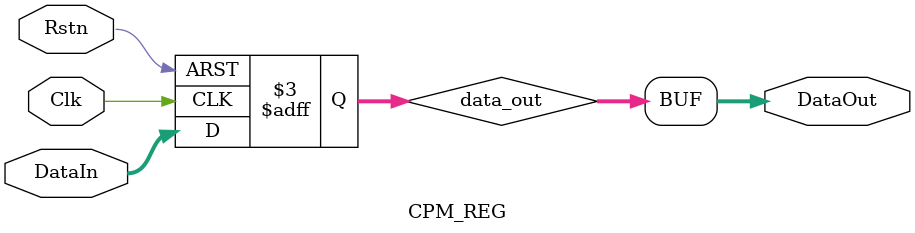
<source format=v>
module CPM_REG #(
    parameter DW = 8
) (
    input            Clk   ,
    input            Rstn  ,

    input  [DW -1:0] DataIn,
    output [DW -1:0] DataOut
);
  reg [DW -1:0] data_out;
  assign DataOut = data_out;
  always @ ( posedge Clk or negedge Rstn )begin
    if( ~Rstn )
      data_out <= 'd0;
    else
      data_out <= DataIn;
  end
endmodule

</source>
